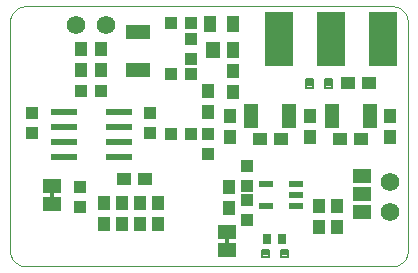
<source format=gts>
G75*
G70*
%OFA0B0*%
%FSLAX24Y24*%
%IPPOS*%
%LPD*%
%AMOC8*
5,1,8,0,0,1.08239X$1,22.5*
%
%ADD10C,0.0020*%
%ADD11R,0.0500X0.0220*%
%ADD12R,0.0433X0.0394*%
%ADD13R,0.0400X0.0450*%
%ADD14R,0.0630X0.0460*%
%ADD15R,0.0160X0.0160*%
%ADD16C,0.0079*%
%ADD17R,0.0276X0.0354*%
%ADD18R,0.0860X0.0220*%
%ADD19R,0.0950X0.1800*%
%ADD20R,0.0394X0.0433*%
%ADD21R,0.0394X0.0567*%
%ADD22R,0.0472X0.0567*%
%ADD23R,0.0472X0.0787*%
%ADD24R,0.0450X0.0400*%
%ADD25C,0.0620*%
%ADD26R,0.0787X0.0472*%
D10*
X006654Y000650D02*
X006654Y008311D01*
X006656Y008355D01*
X006662Y008398D01*
X006671Y008440D01*
X006684Y008482D01*
X006701Y008522D01*
X006721Y008561D01*
X006744Y008598D01*
X006771Y008632D01*
X006800Y008665D01*
X006833Y008694D01*
X006867Y008721D01*
X006904Y008744D01*
X006943Y008764D01*
X006983Y008781D01*
X007025Y008794D01*
X007067Y008803D01*
X007110Y008809D01*
X007154Y008811D01*
X019402Y008811D01*
X019446Y008809D01*
X019489Y008803D01*
X019531Y008794D01*
X019573Y008781D01*
X019613Y008764D01*
X019652Y008744D01*
X019689Y008721D01*
X019723Y008694D01*
X019756Y008665D01*
X019785Y008632D01*
X019812Y008598D01*
X019835Y008561D01*
X019855Y008522D01*
X019872Y008482D01*
X019885Y008440D01*
X019894Y008398D01*
X019900Y008355D01*
X019902Y008311D01*
X019902Y000650D01*
X019900Y000606D01*
X019894Y000563D01*
X019885Y000521D01*
X019872Y000479D01*
X019855Y000439D01*
X019835Y000400D01*
X019812Y000363D01*
X019785Y000329D01*
X019756Y000296D01*
X019723Y000267D01*
X019689Y000240D01*
X019652Y000217D01*
X019613Y000197D01*
X019573Y000180D01*
X019531Y000167D01*
X019489Y000158D01*
X019446Y000152D01*
X019402Y000150D01*
X007154Y000150D01*
X007110Y000152D01*
X007067Y000158D01*
X007025Y000167D01*
X006983Y000180D01*
X006943Y000197D01*
X006904Y000217D01*
X006867Y000240D01*
X006833Y000267D01*
X006800Y000296D01*
X006771Y000329D01*
X006744Y000363D01*
X006721Y000400D01*
X006701Y000439D01*
X006684Y000479D01*
X006671Y000521D01*
X006662Y000563D01*
X006656Y000606D01*
X006654Y000650D01*
D11*
X015168Y002140D03*
X016188Y002140D03*
X016188Y002510D03*
X016188Y002880D03*
X015168Y002880D03*
D12*
X014558Y002815D03*
X014558Y002365D03*
X014558Y001695D03*
X014558Y003485D03*
X013253Y003875D03*
X013253Y004545D03*
X011328Y004589D03*
X011328Y005258D03*
X012683Y007065D03*
X012683Y007735D03*
X007391Y005258D03*
X007391Y004589D03*
X008964Y002778D03*
X008964Y002109D03*
D13*
X009773Y002250D03*
X010373Y002250D03*
X010973Y002250D03*
X011573Y002250D03*
X011573Y001550D03*
X010973Y001550D03*
X010373Y001550D03*
X009773Y001550D03*
X013958Y002100D03*
X013958Y002800D03*
X016955Y002144D03*
X017552Y002140D03*
X017552Y001440D03*
X016955Y001444D03*
X016651Y004461D03*
X016651Y005161D03*
X019320Y005162D03*
X019320Y004462D03*
X014080Y005953D03*
X013253Y006000D03*
X014080Y006653D03*
X013253Y005300D03*
X013991Y005158D03*
X013991Y004458D03*
X009693Y006700D03*
X009013Y006680D03*
X009013Y007380D03*
X009693Y007400D03*
D14*
X018373Y003165D03*
X018373Y002565D03*
X018373Y001965D03*
X013889Y001304D03*
X013889Y000704D03*
X008041Y002211D03*
X008041Y002811D03*
D15*
X008041Y002511D03*
X013889Y001004D03*
D16*
X015039Y000703D02*
X015039Y000467D01*
X015039Y000703D02*
X015275Y000703D01*
X015275Y000467D01*
X015039Y000467D01*
X015039Y000545D02*
X015275Y000545D01*
X015275Y000623D02*
X015039Y000623D01*
X015039Y000701D02*
X015275Y000701D01*
X015669Y000703D02*
X015669Y000467D01*
X015669Y000703D02*
X015905Y000703D01*
X015905Y000467D01*
X015669Y000467D01*
X015669Y000545D02*
X015905Y000545D01*
X015905Y000623D02*
X015669Y000623D01*
X015669Y000701D02*
X015905Y000701D01*
X016520Y006102D02*
X016756Y006102D01*
X016520Y006102D02*
X016520Y006398D01*
X016756Y006398D01*
X016756Y006102D01*
X016756Y006180D02*
X016520Y006180D01*
X016520Y006258D02*
X016756Y006258D01*
X016756Y006336D02*
X016520Y006336D01*
X017150Y006102D02*
X017386Y006102D01*
X017150Y006102D02*
X017150Y006398D01*
X017386Y006398D01*
X017386Y006102D01*
X017386Y006180D02*
X017150Y006180D01*
X017150Y006258D02*
X017386Y006258D01*
X017386Y006336D02*
X017150Y006336D01*
D17*
X015728Y001065D03*
X015216Y001065D03*
D18*
X010290Y003780D03*
X010290Y004280D03*
X010290Y004780D03*
X010290Y005280D03*
X008430Y005280D03*
X008430Y004780D03*
X008430Y004280D03*
X008430Y003780D03*
D19*
X015628Y007711D03*
X017353Y007711D03*
X019078Y007711D03*
D20*
X012688Y008250D03*
X012019Y008250D03*
X012019Y006550D03*
X012688Y006550D03*
X009694Y005992D03*
X009025Y005992D03*
X012019Y004550D03*
X012688Y004550D03*
D21*
X014070Y007371D03*
X014070Y008237D03*
X013322Y008237D03*
D22*
X013401Y007371D03*
D23*
X014692Y005161D03*
X015952Y005161D03*
X017373Y005162D03*
X018633Y005162D03*
D24*
X018340Y004390D03*
X017640Y004390D03*
X015672Y004383D03*
X014972Y004383D03*
X011129Y003052D03*
X010429Y003052D03*
X017903Y006250D03*
X018603Y006250D03*
D25*
X019313Y002950D03*
X019313Y001950D03*
X009853Y008190D03*
X008853Y008190D03*
D26*
X010913Y007960D03*
X010913Y006700D03*
M02*

</source>
